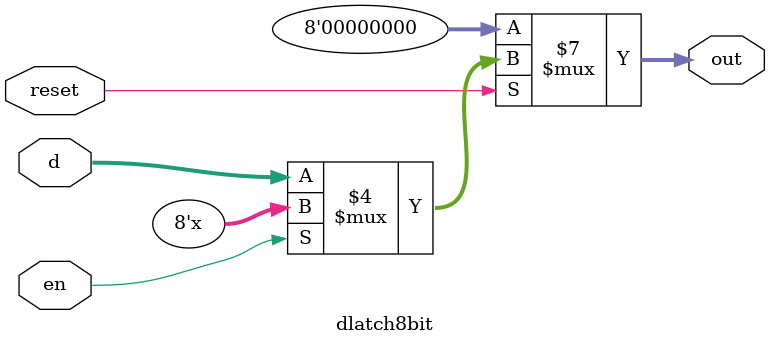
<source format=v>
module dlatch8bit (
    input [7:0] d,
    input en,
    input reset,
    output reg [7:0] out
);

always @(*)
begin
    if (reset == 0) begin
        out <= 8'b00000000;
    end
    else if (en == 0) begin
        out <= d;
    end
end

endmodule

</source>
